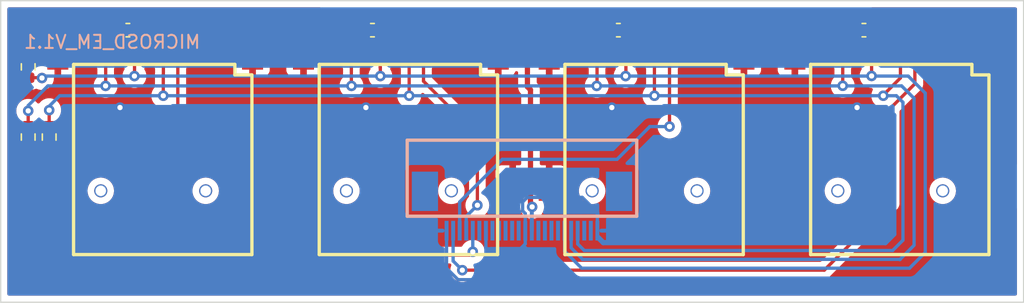
<source format=kicad_pcb>
(kicad_pcb (version 20211014) (generator pcbnew)
  (layers (0 "F.Cu" signal) (31 "B.Cu" signal) (34 "B.Paste" user) (35 "F.Paste" user) (36 "B.SilkS" user "B.Silkscreen") (37 "F.SilkS" user "F.Silkscreen") (38 "B.Mask" user) (39 "F.Mask" user) (44 "Edge.Cuts" user))
  (net 0 "")
  (net 1 "/M2_D1")
  (net 2 "/B4")
  (net 3 "/+3.3")
  (net 5 "/B3")
  (net 6 "/B5")
  (net 7 "/M2_D2")
  (net 8 "/M2_D3")
  (net 9 "/M2_D4")
  (net 12 "/M2_D5")
  (net 14 "/M2_D10")
  (net 15 "/M2_D9")
  (net 16 "/M2_D8")
  (net 17 "/M2_D7")
  (net 18 "/M2_D6")
  (net 19 "/VCC3")
  (net 22 "/M3_D1")
  (net 24 "/M3_D2")
  (net 25 "/M3_D7")
  (net 26 "/B1")
  (net 27 "/B2")
  (net 28 "GND")
  (footprint "Resistor_SMD:R_0603_1608Metric" (layer "F.Cu") (at 99.1 137.4 -90)
    (fp_text reference "R3" hide)
    (fp_text value "R0603_100" hide)
    (fp_line (start -0.237258 0.5225) (end 0.237258 0.5225) (layer "F.SilkS") (width 0.12))
    (fp_line (start -0.237258 -0.5225) (end 0.237258 -0.5225) (layer "F.SilkS") (width 0.12))
    (pad "1" smd roundrect (at -0.825 0 270) (size 0.8 0.95) (layers "F.Cu" "F.Paste" "F.Mask") (net 6 "/B5"))
    (pad "2" smd roundrect (at 0.825 0 270) (size 0.8 0.95) (layers "F.Cu" "F.Paste" "F.Mask") (net 28 "GND"))
  )
  (footprint "Capacitor_SMD:C_0603_1608Metric" (layer "F.Cu") (at 125.35 129.25 180)
    (fp_text reference "C3" hide)
    (fp_text value "C0603_0.1uF" hide)
    (fp_line (start -0.14058 -0.51) (end 0.14058 -0.51) (layer "F.SilkS") (width 0.12))
    (fp_line (start -0.14058 0.51) (end 0.14058 0.51) (layer "F.SilkS") (width 0.12))
    (pad "1" smd roundrect (at -0.775 0 180) (size 0.9 0.95) (layers "F.Cu" "F.Paste" "F.Mask") (net 3 "/+3.3"))
    (pad "2" smd roundrect (at 0.775 0 180) (size 0.9 0.95) (layers "F.Cu" "F.Paste" "F.Mask") (net 28 "GND"))
  )
  (footprint "Capacitor_SMD:C_0603_1608Metric" (layer "F.Cu") (at 162.825 129.25 180)
    (fp_text reference "C1" hide)
    (fp_text value "C0603_0.1uF" hide)
    (fp_line (start -0.14058 0.51) (end 0.14058 0.51) (layer "F.SilkS") (width 0.12))
    (fp_line (start -0.14058 -0.51) (end 0.14058 -0.51) (layer "F.SilkS") (width 0.12))
    (pad "1" smd roundrect (at -0.775 0 180) (size 0.9 0.95) (layers "F.Cu" "F.Paste" "F.Mask") (net 3 "/+3.3"))
    (pad "2" smd roundrect (at 0.775 0 180) (size 0.9 0.95) (layers "F.Cu" "F.Paste" "F.Mask") (net 28 "GND"))
  )
  (footprint "Kicad Libs:MicroSD_ALI" (layer "F.Cu") (at 109.333334 138.2 180)
    (fp_text reference "J4" hide)
    (fp_text value "Micro_SD_Card_Ali" hide)
    (fp_line (start -6.824999 5.538501) (end -6.824999 -8.1615) (layer "F.SilkS") (width 0.254))
    (fp_line (start -6.824999 5.538501) (end -5.524999 5.538501) (layer "F.SilkS") (width 0.254))
    (fp_line (start 6.774999 6.338502) (end 6.774999 -8.1615) (layer "F.SilkS") (width 0.254))
    (fp_line (start -5.524999 6.338502) (end -5.524999 5.538501) (layer "F.SilkS") (width 0.254))
    (fp_line (start -5.524999 6.338502) (end 6.774999 6.338502) (layer "F.SilkS") (width 0.254))
    (fp_line (start -6.824999 -8.1615) (end 6.774999 -8.1615) (layer "F.SilkS") (width 0.254))
    (pad "1" smd rect locked (at -2.274983 7.3385) (size 0.7 1.4) (layers "F.Cu" "F.Paste" "F.Mask"))
    (pad "2" smd rect locked (at -1.174985 7.3385) (size 0.7 1.4) (layers "F.Cu" "F.Paste" "F.Mask") (net 9 "/M2_D4"))
    (pad "3" smd rect locked (at -0.074987 7.3385) (size 0.7 1.4) (layers "F.Cu" "F.Paste" "F.Mask") (net 2 "/B4"))
    (pad "4" smd rect locked (at 1.025011 7.3385) (size 0.7 1.4) (layers "F.Cu" "F.Paste" "F.Mask") (net 3 "/+3.3"))
    (pad "5" smd rect locked (at 2.125008 7.3385) (size 0.7 1.4) (layers "F.Cu" "F.Paste" "F.Mask") (net 5 "/B3"))
    (pad "6" smd rect locked (at 3.225006 7.3385) (size 0.7 1.4) (layers "F.Cu" "F.Paste" "F.Mask") (net 28 "GND"))
    (pad "7" smd rect locked (at 4.325004 7.3385) (size 0.7 1.4) (layers "F.Cu" "F.Paste" "F.Mask") (net 6 "/B5"))
    (pad "8" smd rect locked (at 5.425002 7.3385) (size 0.7 1.4) (layers "F.Cu" "F.Paste" "F.Mask"))
    (pad "9" smd rect locked (at 6.525 7.3385) (size 0.7 1.4) (layers "F.Cu" "F.Paste" "F.Mask"))
    (pad "10" smd rect locked (at -6.874999 6.638501) (size 1.6 1.4) (layers "F.Cu" "F.Paste" "F.Mask") (net 28 "GND"))
    (pad "10" smd rect locked (at 7.974999 -2.9615) (size 1.6 2.2) (layers "F.Cu" "F.Paste" "F.Mask") (net 28 "GND"))
    (pad "10" smd rect locked (at 7.974999 6.638501) (size 1.6 1.4) (layers "F.Cu" "F.Paste" "F.Mask") (net 28 "GND"))
    (pad "10" smd rect locked (at -7.974999 -2.9615) (size 1.6 2.2) (layers "F.Cu" "F.Paste" "F.Mask") (net 28 "GND"))
    (pad "11" thru_hole circle locked (at 4.7 -3.3 180) (size 1 1) (drill 0.8) (layers *.Cu *.Mask))
    (pad "11" thru_hole circle locked (at -3.3 -3.3 180) (size 1 1) (drill 0.8) (layers *.Cu *.Mask))
  )
  (footprint "Kicad Libs:MicroSD_ALI" (layer "F.Cu") (at 128.066667 138.2 180)
    (fp_text reference "J3" hide)
    (fp_text value "Micro_SD_Card_Ali" hide)
    (fp_line (start -5.524999 6.338502) (end 6.774999 6.338502) (layer "F.SilkS") (width 0.254))
    (fp_line (start -6.824999 5.538501) (end -6.824999 -8.1615) (layer "F.SilkS") (width 0.254))
    (fp_line (start -5.524999 6.338502) (end -5.524999 5.538501) (layer "F.SilkS") (width 0.254))
    (fp_line (start -6.824999 -8.1615) (end 6.774999 -8.1615) (layer "F.SilkS") (width 0.254))
    (fp_line (start 6.774999 6.338502) (end 6.774999 -8.1615) (layer "F.SilkS") (width 0.254))
    (fp_line (start -6.824999 5.538501) (end -5.524999 5.538501) (layer "F.SilkS") (width 0.254))
    (pad "1" smd rect locked (at -2.274983 7.3385) (size 0.7 1.4) (layers "F.Cu" "F.Paste" "F.Mask"))
    (pad "2" smd rect locked (at -1.174985 7.3385) (size 0.7 1.4) (layers "F.Cu" "F.Paste" "F.Mask") (net 8 "/M2_D3"))
    (pad "3" smd rect locked (at -0.074987 7.3385) (size 0.7 1.4) (layers "F.Cu" "F.Paste" "F.Mask") (net 2 "/B4"))
    (pad "4" smd rect locked (at 1.025011 7.3385) (size 0.7 1.4) (layers "F.Cu" "F.Paste" "F.Mask") (net 3 "/+3.3"))
    (pad "5" smd rect locked (at 2.125008 7.3385) (size 0.7 1.4) (layers "F.Cu" "F.Paste" "F.Mask") (net 5 "/B3"))
    (pad "6" smd rect locked (at 3.225006 7.3385) (size 0.7 1.4) (layers "F.Cu" "F.Paste" "F.Mask") (net 28 "GND"))
    (pad "7" smd rect locked (at 4.325004 7.3385) (size 0.7 1.4) (layers "F.Cu" "F.Paste" "F.Mask") (net 6 "/B5"))
    (pad "8" smd rect locked (at 5.425002 7.3385) (size 0.7 1.4) (layers "F.Cu" "F.Paste" "F.Mask"))
    (pad "9" smd rect locked (at 6.525 7.3385) (size 0.7 1.4) (layers "F.Cu" "F.Paste" "F.Mask"))
    (pad "10" smd rect locked (at 7.974999 6.638501) (size 1.6 1.4) (layers "F.Cu" "F.Paste" "F.Mask") (net 28 "GND"))
    (pad "10" smd rect locked (at -7.974999 -2.9615) (size 1.6 2.2) (layers "F.Cu" "F.Paste" "F.Mask") (net 28 "GND"))
    (pad "10" smd rect locked (at 7.974999 -2.9615) (size 1.6 2.2) (layers "F.Cu" "F.Paste" "F.Mask") (net 28 "GND"))
    (pad "10" smd rect locked (at -6.874999 6.638501) (size 1.6 1.4) (layers "F.Cu" "F.Paste" "F.Mask") (net 28 "GND"))
    (pad "11" thru_hole circle locked (at 4.7 -3.3 180) (size 1 1) (drill 0.8) (layers *.Cu *.Mask))
    (pad "11" thru_hole circle locked (at -3.3 -3.3 180) (size 1 1) (drill 0.8) (layers *.Cu *.Mask))
  )
  (footprint "Capacitor_SMD:C_0603_1608Metric" (layer "F.Cu") (at 144.1 129.25 180)
    (fp_text reference "C2" hide)
    (fp_text value "C0603_0.1uF" hide)
    (fp_line (start -0.14058 -0.51) (end 0.14058 -0.51) (layer "F.SilkS") (width 0.12))
    (fp_line (start -0.14058 0.51) (end 0.14058 0.51) (layer "F.SilkS") (width 0.12))
    (pad "1" smd roundrect (at -0.775 0 180) (size 0.9 0.95) (layers "F.Cu" "F.Paste" "F.Mask") (net 3 "/+3.3"))
    (pad "2" smd roundrect (at 0.775 0 180) (size 0.9 0.95) (layers "F.Cu" "F.Paste" "F.Mask") (net 28 "GND"))
  )
  (footprint "Kicad Libs:MicroSD_ALI" (layer "F.Cu") (at 165.533334 138.2 180)
    (fp_text reference "J1" hide)
    (fp_text value "Micro_SD_Card_Ali" hide)
    (fp_line (start 6.774999 6.338502) (end 6.774999 -8.1615) (layer "F.SilkS") (width 0.254))
    (fp_line (start -5.524999 6.338502) (end 6.774999 6.338502) (layer "F.SilkS") (width 0.254))
    (fp_line (start -6.824999 5.538501) (end -5.524999 5.538501) (layer "F.SilkS") (width 0.254))
    (fp_line (start -6.824999 -8.1615) (end 6.774999 -8.1615) (layer "F.SilkS") (width 0.254))
    (fp_line (start -6.824999 5.538501) (end -6.824999 -8.1615) (layer "F.SilkS") (width 0.254))
    (fp_line (start -5.524999 6.338502) (end -5.524999 5.538501) (layer "F.SilkS") (width 0.254))
    (pad "1" smd rect locked (at -2.274983 7.3385) (size 0.7 1.4) (layers "F.Cu" "F.Paste" "F.Mask"))
    (pad "2" smd rect locked (at -1.174985 7.3385) (size 0.7 1.4) (layers "F.Cu" "F.Paste" "F.Mask") (net 1 "/M2_D1"))
    (pad "3" smd rect locked (at -0.074987 7.3385) (size 0.7 1.4) (layers "F.Cu" "F.Paste" "F.Mask") (net 2 "/B4"))
    (pad "4" smd rect locked (at 1.025011 7.3385) (size 0.7 1.4) (layers "F.Cu" "F.Paste" "F.Mask") (net 3 "/+3.3"))
    (pad "5" smd rect locked (at 2.125008 7.3385) (size 0.7 1.4) (layers "F.Cu" "F.Paste" "F.Mask") (net 5 "/B3"))
    (pad "6" smd rect locked (at 3.225006 7.3385) (size 0.7 1.4) (layers "F.Cu" "F.Paste" "F.Mask") (net 28 "GND"))
    (pad "7" smd rect locked (at 4.325004 7.3385) (size 0.7 1.4) (layers "F.Cu" "F.Paste" "F.Mask") (net 6 "/B5"))
    (pad "8" smd rect locked (at 5.425002 7.3385) (size 0.7 1.4) (layers "F.Cu" "F.Paste" "F.Mask"))
    (pad "9" smd rect locked (at 6.525 7.3385) (size 0.7 1.4) (layers "F.Cu" "F.Paste" "F.Mask"))
    (pad "10" smd rect locked (at -7.974999 -2.9615) (size 1.6 2.2) (layers "F.Cu" "F.Paste" "F.Mask") (net 28 "GND"))
    (pad "10" smd rect locked (at 7.974999 6.638501) (size 1.6 1.4) (layers "F.Cu" "F.Paste" "F.Mask") (net 28 "GND"))
    (pad "10" smd rect locked (at -6.874999 6.638501) (size 1.6 1.4) (layers "F.Cu" "F.Paste" "F.Mask") (net 28 "GND"))
    (pad "10" smd rect locked (at 7.974999 -2.9615) (size 1.6 2.2) (layers "F.Cu" "F.Paste" "F.Mask") (net 28 "GND"))
    (pad "11" thru_hole circle locked (at -3.3 -3.3 180) (size 1 1) (drill 0.8) (layers *.Cu *.Mask))
    (pad "11" thru_hole circle locked (at 4.7 -3.3 180) (size 1 1) (drill 0.8) (layers *.Cu *.Mask))
  )
  (footprint "Resistor_SMD:R_0603_1608Metric" (layer "F.Cu") (at 99.1 132.05 90)
    (fp_text reference "R2" hide)
    (fp_text value "R0603_100" hide)
    (fp_line (start -0.237258 0.5225) (end 0.237258 0.5225) (layer "F.SilkS") (width 0.12))
    (fp_line (start -0.237258 -0.5225) (end 0.237258 -0.5225) (layer "F.SilkS") (width 0.12))
    (pad "1" smd roundrect (at -0.825 0 90) (size 0.8 0.95) (layers "F.Cu" "F.Paste" "F.Mask") (net 5 "/B3"))
    (pad "2" smd roundrect (at 0.825 0 90) (size 0.8 0.95) (layers "F.Cu" "F.Paste" "F.Mask") (net 28 "GND"))
  )
  (footprint "Kicad Libs:MicroSD_ALI" (layer "F.Cu") (at 146.8 138.2 180)
    (fp_text reference "J2" hide)
    (fp_text value "Micro_SD_Card_Ali" hide)
    (fp_line (start -6.824999 5.538501) (end -5.524999 5.538501) (layer "F.SilkS") (width 0.254))
    (fp_line (start -5.524999 6.338502) (end -5.524999 5.538501) (layer "F.SilkS") (width 0.254))
    (fp_line (start -6.824999 5.538501) (end -6.824999 -8.1615) (layer "F.SilkS") (width 0.254))
    (fp_line (start 6.774999 6.338502) (end 6.774999 -8.1615) (layer "F.SilkS") (width 0.254))
    (fp_line (start -5.524999 6.338502) (end 6.774999 6.338502) (layer "F.SilkS") (width 0.254))
    (fp_line (start -6.824999 -8.1615) (end 6.774999 -8.1615) (layer "F.SilkS") (width 0.254))
    (pad "1" smd rect locked (at -2.274983 7.3385) (size 0.7 1.4) (layers "F.Cu" "F.Paste" "F.Mask"))
    (pad "2" smd rect locked (at -1.174985 7.3385) (size 0.7 1.4) (layers "F.Cu" "F.Paste" "F.Mask") (net 7 "/M2_D2"))
    (pad "3" smd rect locked (at -0.074987 7.3385) (size 0.7 1.4) (layers "F.Cu" "F.Paste" "F.Mask") (net 2 "/B4"))
    (pad "4" smd rect locked (at 1.025011 7.3385) (size 0.7 1.4) (layers "F.Cu" "F.Paste" "F.Mask") (net 3 "/+3.3"))
    (pad "5" smd rect locked (at 2.125008 7.3385) (size 0.7 1.4) (layers "F.Cu" "F.Paste" "F.Mask") (net 5 "/B3"))
    (pad "6" smd rect locked (at 3.225006 7.3385) (size 0.7 1.4) (layers "F.Cu" "F.Paste" "F.Mask") (net 28 "GND"))
    (pad "7" smd rect locked (at 4.325004 7.3385) (size 0.7 1.4) (layers "F.Cu" "F.Paste" "F.Mask") (net 6 "/B5"))
    (pad "8" smd rect locked (at 5.425002 7.3385) (size 0.7 1.4) (layers "F.Cu" "F.Paste" "F.Mask"))
    (pad "9" smd rect locked (at 6.525 7.3385) (size 0.7 1.4) (layers "F.Cu" "F.Paste" "F.Mask"))
    (pad "10" smd rect locked (at -7.974999 -2.9615) (size 1.6 2.2) (layers "F.Cu" "F.Paste" "F.Mask") (net 28 "GND"))
    (pad "10" smd rect locked (at -6.874999 6.638501) (size 1.6 1.4) (layers "F.Cu" "F.Paste" "F.Mask") (net 28 "GND"))
    (pad "10" smd rect locked (at 7.974999 6.638501) (size 1.6 1.4) (layers "F.Cu" "F.Paste" "F.Mask") (net 28 "GND"))
    (pad "10" smd rect locked (at 7.974999 -2.9615) (size 1.6 2.2) (layers "F.Cu" "F.Paste" "F.Mask") (net 28 "GND"))
    (pad "11" thru_hole circle locked (at 4.7 -3.3 180) (size 1 1) (drill 0.8) (layers *.Cu *.Mask))
    (pad "11" thru_hole circle locked (at -3.3 -3.3 180) (size 1 1) (drill 0.8) (layers *.Cu *.Mask))
  )
  (footprint "Resistor_SMD:R_0603_1608Metric" (layer "F.Cu") (at 100.7 137.4 -90)
    (fp_text reference "R1" hide)
    (fp_text value "R0603_100" hide)
    (fp_line (start -0.237258 0.5225) (end 0.237258 0.5225) (layer "F.SilkS") (width 0.12))
    (fp_line (start -0.237258 -0.5225) (end 0.237258 -0.5225) (layer "F.SilkS") (width 0.12))
    (pad "1" smd roundrect (at -0.825 0 270) (size 0.8 0.95) (layers "F.Cu" "F.Paste" "F.Mask") (net 2 "/B4"))
    (pad "2" smd roundrect (at 0.825 0 270) (size 0.8 0.95) (layers "F.Cu" "F.Paste" "F.Mask") (net 28 "GND"))
  )
  (footprint "Capacitor_SMD:C_0603_1608Metric" (layer "F.Cu") (at 106.7 129.25 180)
    (fp_text reference "C4" hide)
    (fp_text value "C0603_0.1uF" hide)
    (fp_line (start -0.14058 -0.51) (end 0.14058 -0.51) (layer "F.SilkS") (width 0.12))
    (fp_line (start -0.14058 0.51) (end 0.14058 0.51) (layer "F.SilkS") (width 0.12))
    (pad "1" smd roundrect (at -0.775 0 180) (size 0.9 0.95) (layers "F.Cu" "F.Paste" "F.Mask") (net 3 "/+3.3"))
    (pad "2" smd roundrect (at 0.775 0 180) (size 0.9 0.95) (layers "F.Cu" "F.Paste" "F.Mask") (net 28 "GND"))
  )
  (footprint "Kicad Libs:FCC 0.5mm 24P" (layer "B.Cu") (at 136.75 140.100001)
    (fp_text reference "J5" hide)
    (fp_text value "FCC_0.5mm_24P" hide)
    (fp_line (start -8.749995 -2.461481) (end -8.749995 3.338508) (layer "B.SilkS") (width 0.254))
    (fp_line (start -8.749995 -2.461481) (end 8.749995 -2.461481) (layer "B.SilkS") (width 0.254))
    (fp_line (start 8.749995 -2.461481) (end 8.749995 3.338508) (layer "B.SilkS") (width 0.254))
    (fp_line (start -8.749995 3.338508) (end 8.749995 3.338508) (layer "B.SilkS") (width 0.254))
    (pad "1" smd rect (at -5.750001 4.43848) (size 0.3 1.5) (layers "B.Cu" "B.Paste" "B.Mask") (net 28 "GND"))
    (pad "2" smd rect (at -5.249977 4.43848) (size 0.3 1.5) (layers "B.Cu" "B.Paste" "B.Mask") (net 1 "/M2_D1"))
    (pad "3" smd rect (at -4.750003 4.43848) (size 0.3 1.5) (layers "B.Cu" "B.Paste" "B.Mask") (net 7 "/M2_D2"))
    (pad "4" smd rect (at -4.249979 4.43848) (size 0.3 1.5) (layers "B.Cu" "B.Paste" "B.Mask") (net 8 "/M2_D3"))
    (pad "5" smd rect (at -3.750005 4.43848) (size 0.3 1.5) (layers "B.Cu" "B.Paste" "B.Mask") (net 9 "/M2_D4"))
    (pad "6" smd rect (at -3.249981 4.43848) (size 0.3 1.5) (layers "B.Cu" "B.Paste" "B.Mask") (net 12 "/M2_D5"))
    (pad "7" smd rect (at -2.750007 4.43848) (size 0.3 1.5) (layers "B.Cu" "B.Paste" "B.Mask") (net 28 "GND"))
    (pad "8" smd rect (at -2.249983 4.43848) (size 0.3 1.5) (layers "B.Cu" "B.Paste" "B.Mask") (net 14 "/M2_D10"))
    (pad "9" smd rect (at -1.750009 4.43848) (size 0.3 1.5) (layers "B.Cu" "B.Paste" "B.Mask") (net 15 "/M2_D9"))
    (pad "10" smd rect (at -1.249985 4.43848) (size 0.3 1.5) (layers "B.Cu" "B.Paste" "B.Mask") (net 16 "/M2_D8"))
    (pad "11" smd rect (at -0.750011 4.43848) (size 0.3 1.5) (layers "B.Cu" "B.Paste" "B.Mask") (net 17 "/M2_D7"))
    (pad "12" smd rect (at -0.249987 4.43848) (size 0.3 1.5) (layers "B.Cu" "B.Paste" "B.Mask") (net 18 "/M2_D6"))
    (pad "13" smd rect (at 0.249987 4.43848) (size 0.3 1.5) (layers "B.Cu" "B.Paste" "B.Mask") (net 28 "GND"))
    (pad "14" smd rect (at 0.750011 4.43848) (size 0.3 1.5) (layers "B.Cu" "B.Paste" "B.Mask") (net 3 "/+3.3"))
    (pad "15" smd rect (at 1.249985 4.43848) (size 0.3 1.5) (layers "B.Cu" "B.Paste" "B.Mask") (net 19 "/VCC3"))
    (pad "16" smd rect (at 1.750009 4.43848) (size 0.3 1.5) (layers "B.Cu" "B.Paste" "B.Mask") (net 22 "/M3_D1"))
    (pad "17" smd rect (at 2.249983 4.43848) (size 0.3 1.5) (layers "B.Cu" "B.Paste" "B.Mask") (net 24 "/M3_D2"))
    (pad "18" smd rect (at 2.750007 4.43848) (size 0.3 1.5) (layers "B.Cu" "B.Paste" "B.Mask") (net 25 "/M3_D7"))
    (pad "19" smd rect (at 3.249981 4.43848) (size 0.3 1.5) (layers "B.Cu" "B.Paste" "B.Mask") (net 5 "/B3"))
    (pad "20" smd rect (at 3.750005 4.43848) (size 0.3 1.5) (layers "B.Cu" "B.Paste" "B.Mask") (net 6 "/B5"))
    (pad "21" smd rect (at 4.249979 4.43848) (size 0.3 1.5) (layers "B.Cu" "B.Paste" "B.Mask") (net 2 "/B4"))
    (pad "22" smd rect (at 4.750003 4.43848) (size 0.3 1.5) (layers "B.Cu" "B.Paste" "B.Mask") (net 26 "/B1"))
    (pad "23" smd rect (at 5.250028 4.43848) (size 0.3 1.5) (layers "B.Cu" "B.Paste" "B.Mask") (net 27 "/B2"))
    (pad "24" smd rect (at 5.750052 4.43848) (size 0.3 1.5) (layers "B.Cu" "B.Paste" "B.Mask") (net 28 "GND"))
    (pad "A" smd rect (at -7.399985 1.438486) (size 2 3) (layers "B.Cu" "B.Paste" "B.Mask"))
    (pad "A" smd rect (at 7.399985 1.438486) (size 2 3) (layers "B.Cu" "B.Paste" "B.Mask"))
  )
  (gr_rect (start 175 150) (end 97 127) (layer "Edge.Cuts") (width 0.1) (fill none))
  (gr_text "MICROSD_EM_V1.1" (at 105.5 130.15) (layer "B.SilkS") (effects (font (size 1 1)) (justify mirror)))
  (segment (start 159.8 147.55) (end 132.2 147.55) (width 0.25) (layer "F.Cu") (net 1))
  (segment (start 166.708319 130.8615) (end 166.708319 133.341681) (width 0.25) (layer "F.Cu") (net 1))
  (segment (start 166.708319 133.341681) (end 164.9 135.15) (width 0.25) (layer "F.Cu") (net 1))
  (segment (start 164.9 142.45) (end 159.8 147.55) (width 0.25) (layer "F.Cu") (net 1))
  (segment (start 164.9 135.15) (end 164.9 142.45) (width 0.25) (layer "F.Cu") (net 1))
  (via (at 132.2 147.55) (size 0.8) (drill 0.4) (layers "F.Cu" "B.Cu") (net 1))
  (segment (start 131.5 144.538504) (end 131.5 146.85) (width 0.25) (layer "B.Cu") (net 1))
  (segment (start 131.500023 144.538481) (end 131.5 144.538504) (width 0.25) (layer "B.Cu") (net 1))
  (segment (start 131.5 146.85) (end 132.2 147.55) (width 0.25) (layer "B.Cu") (net 1))
  (segment (start 165.608321 132.891679) (end 164.25 134.25) (width 0.25) (layer "F.Cu") (net 2))
  (segment (start 109.4 132.65) (end 109.4 134.25) (width 0.25) (layer "F.Cu") (net 2))
  (segment (start 109.408321 130.8615) (end 109.408321 132.641679) (width 0.25) (layer "F.Cu") (net 2))
  (segment (start 128.15 130.869846) (end 128.15 134.25) (width 0.25) (layer "F.Cu") (net 2))
  (segment (start 128.141654 130.8615) (end 128.15 130.869846) (width 0.25) (layer "F.Cu") (net 2))
  (segment (start 100.7 135.35) (end 100.7 136.575) (width 0.25) (layer "F.Cu") (net 2))
  (segment (start 165.608321 130.8615) (end 165.608321 132.891679) (width 0.25) (layer "F.Cu") (net 2))
  (segment (start 146.85 130.886487) (end 146.874987 130.8615) (width 0.25) (layer "F.Cu") (net 2))
  (segment (start 146.85 134.25) (end 146.85 130.886487) (width 0.25) (layer "F.Cu") (net 2))
  (segment (start 109.408321 132.641679) (end 109.4 132.65) (width 0.25) (layer "F.Cu") (net 2))
  (via (at 164.3 134.25) (size 0.8) (drill 0.4) (layers "F.Cu" "B.Cu") (net 2))
  (via (at 100.7 135.35) (size 0.8) (drill 0.4) (layers "F.Cu" "B.Cu") (net 2))
  (via (at 128.15 134.25) (size 0.8) (drill 0.4) (layers "F.Cu" "B.Cu") (net 2))
  (via (at 109.4 134.25) (size 0.8) (drill 0.4) (layers "F.Cu" "B.Cu") (net 2))
  (via (at 146.85 134.25) (size 0.8) (drill 0.4) (layers "F.Cu" "B.Cu") (net 2))
  (segment (start 165.8 145.264282) (end 165.8 134.75) (width 0.25) (layer "B.Cu") (net 2))
  (segment (start 140.999979 144.538481) (end 140.999979 145.549979) (width 0.25) (layer "B.Cu") (net 2))
  (segment (start 165.014282 146.05) (end 165.8 145.264282) (width 0.25) (layer "B.Cu") (net 2))
  (segment (start 141.5 146.05) (end 165.014282 146.05) (width 0.25) (layer "B.Cu") (net 2))
  (segment (start 101.5 134.25) (end 100.7 135.05) (width 0.25) (layer "B.Cu") (net 2))
  (segment (start 164.3 134.25) (end 109.4 134.25) (width 0.25) (layer "B.Cu") (net 2))
  (segment (start 140.999979 145.549979) (end 141.5 146.05) (width 0.25) (layer "B.Cu") (net 2))
  (segment (start 165.3 134.25) (end 164.3 134.25) (width 0.25) (layer "B.Cu") (net 2))
  (segment (start 100.7 135.05) (end 100.7 135.35) (width 0.25) (layer "B.Cu") (net 2))
  (segment (start 109.4 134.25) (end 101.5 134.25) (width 0.25) (layer "B.Cu") (net 2))
  (segment (start 165.8 134.75) (end 165.3 134.25) (width 0.25) (layer "B.Cu") (net 2))
  (segment (start 164.508323 130.8615) (end 164.508323 129.9115) (width 0.25) (layer "F.Cu") (net 3))
  (segment (start 127.041656 130.8615) (end 127.041656 129.591656) (width 0.25) (layer "F.Cu") (net 3))
  (segment (start 163.6 128.85) (end 163.6 129.35) (width 0.25) (layer "F.Cu") (net 3))
  (segment (start 108.7 129.25) (end 107.475 129.25) (width 0.25) (layer "F.Cu") (net 3))
  (segment (start 128.7 128.15) (end 121.9 128.15) (width 0.25) (layer "F.Cu") (net 3))
  (segment (start 138.232354 128.2) (end 146.05 128.2) (width 0.25) (layer "F.Cu") (net 3))
  (segment (start 128.7 128.15) (end 127.95 128.15) (width 0.25) (layer "F.Cu") (net 3))
  (segment (start 137.166177 129.266177) (end 138.232354 128.2) (width 0.25) (layer "F.Cu") (net 3))
  (segment (start 146.05 128.2) (end 146.05 128.65) (width 0.25) (layer "F.Cu") (net 3))
  (segment (start 128.7 128.15) (end 136.05 128.15) (width 0.25) (layer "F.Cu") (net 3))
  (segment (start 137.4 142.6) (end 137.5245 142.7245) (width 0.25) (layer "F.Cu") (net 3))
  (segment (start 137.4 133.8) (end 137.4 142.6) (width 0.4) (layer "F.Cu") (net 3))
  (segment (start 137.166177 133.566177) (end 137.4 133.8) (width 0.4) (layer "F.Cu") (net 3))
  (segment (start 145.4 129.3) (end 144.875 129.3) (width 0.25) (layer "F.Cu") (net 3))
  (segment (start 136.05 128.15) (end 137.166177 129.266177) (width 0.25) (layer "F.Cu") (net 3))
  (segment (start 146.05 128.2) (end 162.95 128.2) (width 0.25) (layer "F.Cu") (net 3))
  (segment (start 145.774989 130.8615) (end 145.774989 129.674989) (width 0.25) (layer "F.Cu") (net 3))
  (segment (start 121.9 128.15) (end 120.8 129.25) (width 0.25) (layer "F.Cu") (net 3))
  (segment (start 127.041656 129.058344) (end 127.041656 130.8615) (width 0.25) (layer "F.Cu") (net 3))
  (segment (start 120.8 129.25) (end 108.7 129.25) (width 0.25) (layer "F.Cu") (net 3))
  (segment (start 137.166177 129.266177) (end 137.166177 133.566177) (width 0.4) (layer "F.Cu") (net 3))
  (segment (start 108.7 129.25) (end 108.308323 129.641677) (width 0.25) (layer "F.Cu") (net 3))
  (segment (start 164.508323 129.9115) (end 163.646823 129.05) (width 0.25) (layer "F.Cu") (net 3))
  (segment (start 137.5245 142.7245) (end 137.5245 142.724549) (width 0.25) (layer "F.Cu") (net 3))
  (segment (start 127.041656 129.591656) (end 126.75 129.3) (width 0.25) (layer "F.Cu") (net 3))
  (segment (start 145.774989 129.674989) (end 145.4 129.3) (width 0.25) (layer "F.Cu") (net 3))
  (segment (start 108.308323 129.641677) (end 108.308323 130.8615) (width 0.25) (layer "F.Cu") (net 3))
  (segment (start 127.95 128.15) (end 127.041656 129.058344) (width 0.25) (layer "F.Cu") (net 3))
  (segment (start 146.05 128.65) (end 145.4 129.3) (width 0.25) (layer "F.Cu") (net 3))
  (segment (start 162.95 128.2) (end 163.6 128.85) (width 0.25) (layer "F.Cu") (net 3))
  (segment (start 126.75 129.3) (end 126.125 129.3) (width 0.25) (layer "F.Cu") (net 3))
  (via (at 137.5245 142.724549) (size 0.8) (drill 0.4) (layers "F.Cu" "B.Cu") (net 3))
  (segment (start 137.500011 142.799989) (end 137.5245 142.7755) (width 0.25) (layer "B.Cu") (net 3))
  (segment (start 137.5245 142.7755) (end 137.5245 142.724549) (width 0.25) (layer "B.Cu") (net 3))
  (segment (start 137.500011 144.538481) (end 137.500011 142.799989) (width 0.3) (layer "B.Cu") (net 3))
  (segment (start 125.941659 130.8615) (end 125.941659 132.091659) (width 0.25) (layer "F.Cu") (net 5))
  (segment (start 100.125 132.875) (end 100.15 132.9) (width 0.25) (layer "F.Cu") (net 5))
  (segment (start 163.408326 132.741674) (end 163.408326 132.8) (width 0.25) (layer "F.Cu") (net 5))
  (segment (start 107.208326 130.8615) (end 107.208326 132.75) (width 0.25) (layer "F.Cu") (net 5))
  (segment (start 99.1 132.875) (end 100.125 132.875) (width 0.25) (layer "F.Cu") (net 5))
  (segment (start 125.95 132.1) (end 125.95 132.75) (width 0.25) (layer "F.Cu") (net 5))
  (segment (start 163.408326 130.8615) (end 163.408326 132.741674) (width 0.25) (layer "F.Cu") (net 5))
  (segment (start 144.674992 132.75) (end 144.674992 130.8615) (width 0.25) (layer "F.Cu") (net 5))
  (segment (start 125.941659 132.091659) (end 125.95 132.1) (width 0.25) (layer "F.Cu") (net 5))
  (via (at 100.15 132.9) (size 0.8) (drill 0.4) (layers "F.Cu" "B.Cu") (net 5))
  (via (at 125.95 132.75) (size 0.8) (drill 0.4) (layers "F.Cu" "B.Cu") (net 5))
  (via (at 144.65 132.75) (size 0.8) (drill 0.4) (layers "F.Cu" "B.Cu") (net 5))
  (via (at 163.408326 132.741674) (size 0.8) (drill 0.4) (layers "F.Cu" "B.Cu") (net 5))
  (via (at 107.2 132.75) (size 0.8) (drill 0.4) (layers "F.Cu" "B.Cu") (net 5))
  (segment (start 141.3 147.4) (end 166.3 147.4) (width 0.25) (layer "B.Cu") (net 5))
  (segment (start 167.5 146.2) (end 167.5 134.05) (width 0.25) (layer "B.Cu") (net 5))
  (segment (start 167.5 134.05) (end 166.2 132.75) (width 0.25) (layer "B.Cu") (net 5))
  (segment (start 166.2 132.75) (end 144.65 132.75) (width 0.25) (layer "B.Cu") (net 5))
  (segment (start 139.999981 144.538481) (end 139.999981 146.099981) (width 0.25) (layer "B.Cu") (net 5))
  (segment (start 144.65 132.75) (end 107.2 132.75) (width 0.25) (layer "B.Cu") (net 5))
  (segment (start 139.999981 146.099981) (end 141.3 147.4) (width 0.25) (layer "B.Cu") (net 5))
  (segment (start 100.3 132.75) (end 100.15 132.9) (width 0.25) (layer "B.Cu") (net 5))
  (segment (start 166.3 147.4) (end 167.5 146.2) (width 0.25) (layer "B.Cu") (net 5))
  (segment (start 107.2 132.75) (end 100.3 132.75) (width 0.25) (layer "B.Cu") (net 5))
  (segment (start 99.1 135.4) (end 99.1 136.575) (width 0.25) (layer "F.Cu") (net 6))
  (segment (start 105.00833 130.8615) (end 105.00833 133.19167) (width 0.25) (layer "F.Cu") (net 6))
  (segment (start 123.741663 133.541663) (end 123.741663 130.8615) (width 0.25) (layer "F.Cu") (net 6))
  (segment (start 142.474996 133.5) (end 142.474996 130.8615) (width 0.25) (layer "F.Cu") (net 6))
  (segment (start 161.20833 133.49167) (end 161.20833 130.8615) (width 0.25) (layer "F.Cu") (net 6))
  (segment (start 161.20833 133.5) (end 161.20833 133.49167) (width 0.25) (layer "F.Cu") (net 6))
  (segment (start 105.00833 133.19167) (end 105.00833 133.49167) (width 0.25) (layer "F.Cu") (net 6))
  (segment (start 105.00833 133.49167) (end 105 133.5) (width 0.25) (layer "F.Cu") (net 6))
  (via (at 142.45 133.5) (size 0.8) (drill 0.4) (layers "F.Cu" "B.Cu") (net 6))
  (via (at 123.75 133.5) (size 0.8) (drill 0.4) (layers "F.Cu" "B.Cu") (net 6))
  (via (at 105 133.5) (size 0.8) (drill 0.4) (layers "F.Cu" "B.Cu") (net 6))
  (via (at 99.1 135.4) (size 0.8) (drill 0.4) (layers "F.Cu" "B.Cu") (net 6))
  (via (at 161.20833 133.49167) (size 0.8) (drill 0.4) (layers "F.Cu" "B.Cu") (net 6))
  (segment (start 141.35 146.7) (end 140.500005 145.850005) (width 0.25) (layer "B.Cu") (net 6))
  (segment (start 166.65 145.65) (end 165.54952 146.75048) (width 0.25) (layer "B.Cu") (net 6))
  (segment (start 140.500005 145.850005) (end 140.500005 144.538481) (width 0.25) (layer "B.Cu") (net 6))
  (segment (start 165.69952 133.5) (end 142.45 133.5) (width 0.25) (layer "B.Cu") (net 6))
  (segment (start 105 133.5) (end 100.6 133.5) (width 0.25) (layer "B.Cu") (net 6))
  (segment (start 142.45 133.5) (end 123.75 133.5) (width 0.25) (layer "B.Cu") (net 6))
  (segment (start 99.1 135) (end 99.1 135.4) (width 0.25) (layer "B.Cu") (net 6))
  (segment (start 100.6 133.5) (end 99.1 135) (width 0.25) (layer "B.Cu") (net 6))
  (segment (start 165.6 146.725) (end 141.35 146.725) (width 0.25) (layer "B.Cu") (net 6))
  (segment (start 166.65 134.45048) (end 165.69952 133.5) (width 0.25) (layer "B.Cu") (net 6))
  (segment (start 123.75 133.5) (end 105 133.5) (width 0.25) (layer "B.Cu") (net 6))
  (segment (start 166.65 145.59952) (end 166.65 134.45048) (width 0.25) (layer "B.Cu") (net 6))
  (segment (start 147.974985 130.8615) (end 148 130.886515) (width 0.25) (layer "F.Cu") (net 7))
  (segment (start 148 130.886515) (end 148 136.6) (width 0.25) (layer "F.Cu") (net 7))
  (via (at 148 136.6) (size 0.8) (drill 0.4) (layers "F.Cu" "B.Cu") (net 7))
  (segment (start 146.5 136.6) (end 148 136.6) (width 0.25) (layer "B.Cu") (net 7))
  (segment (start 135.25 139.1) (end 144 139.1) (width 0.25) (layer "B.Cu") (net 7))
  (segment (start 144 139.1) (end 146.5 136.6) (width 0.25) (layer "B.Cu") (net 7))
  (segment (start 131.999997 142.350003) (end 135.25 139.1) (width 0.25) (layer "B.Cu") (net 7))
  (segment (start 131.999997 144.538481) (end 131.999997 142.350003) (width 0.25) (layer "B.Cu") (net 7))
  (segment (start 133.35 137.25) (end 129.241652 133.141652) (width 0.25) (layer "F.Cu") (net 8))
  (segment (start 133.35 142.6) (end 133.35 137.25) (width 0.25) (layer "F.Cu") (net 8))
  (segment (start 129.241652 133.141652) (end 129.241652 130.8615) (width 0.25) (layer "F.Cu") (net 8))
  (via (at 133.35 142.6) (size 0.8) (drill 0.4) (layers "F.Cu" "B.Cu") (net 8))
  (segment (start 132.500021 143.449979) (end 132.500021 144.538481) (width 0.25) (layer "B.Cu") (net 8))
  (segment (start 133.35 142.6) (end 132.500021 143.449979) (width 0.25) (layer "B.Cu") (net 8))
  (segment (start 110.508319 144.758319) (end 112.15 146.4) (width 0.25) (layer "F.Cu") (net 9))
  (segment (start 132.75 146.4) (end 133 146.15) (width 0.25) (layer "F.Cu") (net 9))
  (segment (start 112.15 146.4) (end 132.75 146.4) (width 0.25) (layer "F.Cu") (net 9))
  (segment (start 110.508319 130.8615) (end 110.508319 144.758319) (width 0.25) (layer "F.Cu") (net 9))
  (via (at 133 146.15) (size 0.8) (drill 0.4) (layers "F.Cu" "B.Cu") (net 9))
  (segment (start 132.999995 144.538481) (end 132.999995 146.149995) (width 0.25) (layer "B.Cu") (net 9))
  (segment (start 132.999995 146.149995) (end 133 146.15) (width 0.25) (layer "B.Cu") (net 9))
  (segment (start 143.574994 129.549994) (end 143.325 129.3) (width 0.25) (layer "F.Cu") (net 28))
  (segment (start 143.574994 130.8615) (end 143.574994 129.549994) (width 0.25) (layer "F.Cu") (net 28))
  (segment (start 102.45 129.25) (end 102.3 129.25) (width 0.25) (layer "F.Cu") (net 28))
  (segment (start 106.108328 135.191672) (end 106.091672 135.191672) (width 0.25) (layer "F.Cu") (net 28))
  (segment (start 106.091672 135.191672) (end 106.05 135.15) (width 0.25) (layer "F.Cu") (net 28))
  (segment (start 99.85 129.25) (end 99.1 130) (width 0.25) (layer "F.Cu") (net 28))
  (segment (start 124.841661 130.8615) (end 124.841661 135.15) (width 0.25) (layer "F.Cu") (net 28))
  (segment (start 162.308328 130.8615) (end 162.308328 129.508328) (width 0.25) (layer "F.Cu") (net 28))
  (segment (start 162.308328 130.8615) (end 162.308328 135.15) (width 0.25) (layer "F.Cu") (net 28))
  (segment (start 99.1 130) (end 99.1 131.225) (width 0.25) (layer "F.Cu") (net 28))
  (segment (start 105.925 129.25) (end 102.45 129.25) (width 0.25) (layer "F.Cu") (net 28))
  (segment (start 124.841661 129.566661) (end 124.575 129.3) (width 0.25) (layer "F.Cu") (net 28))
  (segment (start 104.45 135.15) (end 101.375 138.225) (width 0.4) (layer "F.Cu") (net 28))
  (segment (start 101.375 138.225) (end 100.7 138.225) (width 0.4) (layer "F.Cu") (net 28))
  (segment (start 101.358335 129.891665) (end 102 129.25) (width 0.25) (layer "F.Cu") (net 28))
  (segment (start 106.1 135.15) (end 104.45 135.15) (width 0.4) (layer "F.Cu") (net 28))
  (segment (start 102 129.25) (end 102.45 129.25) (width 0.25) (layer "F.Cu") (net 28))
  (segment (start 106.108328 130.8615) (end 106.108328 135.191672) (width 0.25) (layer "F.Cu") (net 28))
  (segment (start 99.1 138.225) (end 100.7 138.225) (width 0.25) (layer "F.Cu") (net 28))
  (segment (start 106.108328 129.433328) (end 105.925 129.25) (width 0.25) (layer "F.Cu") (net 28))
  (segment (start 106.108328 130.8615) (end 106.108328 129.433328) (width 0.25) (layer "F.Cu") (net 28))
  (segment (start 101.358335 131.561499) (end 101.358335 129.891665) (width 0.25) (layer "F.Cu") (net 28))
  (segment (start 162.308328 129.508328) (end 162.05 129.25) (width 0.25) (layer "F.Cu") (net 28))
  (segment (start 124.841661 130.8615) (end 124.841661 129.566661) (width 0.25) (layer "F.Cu") (net 28))
  (segment (start 143.574994 130.8615) (end 143.574994 135.125006) (width 0.25) (layer "F.Cu") (net 28))
  (segment (start 102.3 129.25) (end 99.85 129.25) (width 0.25) (layer "F.Cu") (net 28))
  (via (at 124.85 135.15) (size 0.8) (drill 0.4) (layers "F.Cu" "B.Cu") (net 28))
  (via (at 106.1 135.15) (size 0.8) (drill 0.4) (layers "F.Cu" "B.Cu") (net 28))
  (via (at 162.3 135.15) (size 0.8) (drill 0.4) (layers "F.Cu" "B.Cu") (net 28))
  (via (at 143.6 135.15) (size 0.8) (drill 0.4) (layers "F.Cu" "B.Cu") (net 28))
  (segment (start 136.65 145.9) (end 134.4 145.9) (width 0.25) (layer "B.Cu") (net 28))
  (segment (start 142.55 145.05) (end 142.95 145.45) (width 0.4) (layer "B.Cu") (net 28))
  (segment (start 136.8 142.35) (end 137.15 142) (width 0.25) (layer "B.Cu") (net 28))
  (segment (start 136.999987 144.538481) (end 136.999987 143.224601) (width 0.25) (layer "B.Cu") (net 28))
  (segment (start 133.999993 147.700007) (end 133.425489 148.274511) (width 0.25) (layer "B.Cu") (net 28))
  (segment (start 165.1 135.75) (end 164.5 135.15) (width 0.4) (layer "B.Cu") (net 28))
  (segment (start 133.999993 146.300007) (end 133.999993 147.700007) (width 0.25) (layer "B.Cu") (net 28))
  (segment (start 137.15 142) (end 141.35 142) (width 0.25) (layer "B.Cu") (net 28))
  (segment (start 136.8 143.024614) (end 136.8 142.35) (width 0.25) (layer "B.Cu") (net 28))
  (segment (start 164.5 135.15) (end 162.3 135.15) (width 0.4) (layer "B.Cu") (net 28))
  (segment (start 124.85 135.15) (end 137.35 135.15) (width 0.4) (layer "B.Cu") (net 28))
  (segment (start 134.4 145.9) (end 133.999993 146.300007) (width 0.25) (layer "B.Cu") (net 28))
  (segment (start 165.1 144.8) (end 165.1 135.75) (width 0.4) (layer "B.Cu") (net 28))
  (segment (start 162.3 135.15) (end 143.6 135.15) (width 0.4) (layer "B.Cu") (net 28))
  (segment (start 130.999999 147.399999) (end 130.999999 144.538481) (width 0.25) (layer "B.Cu") (net 28))
  (segment (start 131.874511 148.274511) (end 130.999999 147.399999) (width 0.25) (layer "B.Cu") (net 28))
  (segment (start 142.500052 145.000052) (end 142.500052 144.538481) (width 0.25) (layer "B.Cu") (net 28))
  (segment (start 141.35 142) (end 142.500052 143.150052) (width 0.25) (layer "B.Cu") (net 28))
  (segment (start 142.55 145.05) (end 142.500052 145.000052) (width 0.25) (layer "B.Cu") (net 28))
  (segment (start 136.999987 143.224601) (end 136.8 143.024614) (width 0.25) (layer "B.Cu") (net 28))
  (segment (start 133.425489 148.274511) (end 131.874511 148.274511) (width 0.25) (layer "B.Cu") (net 28))
  (segment (start 142.500052 143.150052) (end 142.500052 144.538481) (width 0.25) (layer "B.Cu") (net 28))
  (segment (start 133.999993 146.300007) (end 133.999993 144.538481) (width 0.25) (layer "B.Cu") (net 28))
  (segment (start 142.95 145.45) (end 164.45 145.45) (width 0.4) (layer "B.Cu") (net 28))
  (segment (start 136.999987 144.538481) (end 136.999987 145.550013) (width 0.25) (layer "B.Cu") (net 28))
  (segment (start 106.1 135.15) (end 124.85 135.15) (width 0.4) (layer "B.Cu") (net 28))
  (segment (start 136.999987 145.550013) (end 136.65 145.9) (width 0.25) (layer "B.Cu") (net 28))
  (segment (start 143.6 135.15) (end 137.25 135.15) (width 0.4) (layer "B.Cu") (net 28))
  (segment (start 164.45 145.45) (end 165.1 144.8) (width 0.4) (layer "B.Cu") (net 28))
  (zone (net 28) (net_name "GND") (layer "F.Cu") (connect_pads (clearance 0.508)) (min_thickness 0.254) (fill yes (thermal_gap 0.508) (thermal_bridge_width 0.508))
    (polygon (pts (xy 175 150) (xy 97 150) (xy 97 127) (xy 175 127)))
  )
  (zone (net 28) (net_name "GND") (layer "B.Cu") (connect_pads (clearance 0.508)) (min_thickness 0.254) (fill yes (thermal_gap 0.508) (thermal_bridge_width 0.508))
    (polygon (pts (xy 175 150) (xy 97 150) (xy 97 127) (xy 175 127)))
  )
)
</source>
